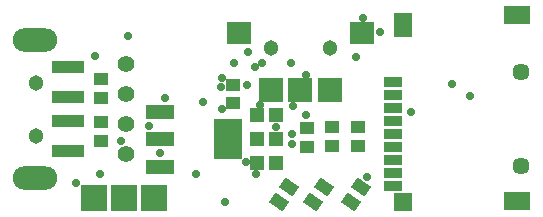
<source format=gts>
G04 Layer_Color=8388736*
%FSLAX44Y44*%
%MOMM*%
G71*
G01*
G75*
%ADD40R,1.1532X1.2032*%
%ADD41R,1.2032X1.1032*%
%ADD42R,2.2032X1.6033*%
%ADD43R,1.6033X1.4831*%
%ADD44R,1.6033X2.1532*%
%ADD45R,1.6033X0.9032*%
%ADD46R,2.7033X1.0033*%
%ADD47R,2.2032X2.2032*%
%ADD48R,2.0032X1.9032*%
%ADD49R,2.1032X2.0032*%
G04:AMPARAMS|DCode=50|XSize=1.0032mm|YSize=1.4032mm|CornerRadius=0mm|HoleSize=0mm|Usage=FLASHONLY|Rotation=235.000|XOffset=0mm|YOffset=0mm|HoleType=Round|Shape=Rectangle|*
%AMROTATEDRECTD50*
4,1,4,-0.2870,0.8133,0.8624,0.0085,0.2870,-0.8133,-0.8624,-0.0085,-0.2870,0.8133,0.0*
%
%ADD50ROTATEDRECTD50*%

%ADD51R,2.3532X1.1532*%
%ADD52R,2.3532X3.4532*%
%ADD53C,1.4531*%
%ADD54C,1.0033*%
%ADD55C,1.3033*%
%ADD56O,3.7592X1.9812*%
%ADD57C,1.4034*%
%ADD58C,1.3032*%
%ADD59C,0.7032*%
D40*
X444880Y438150D02*
D03*
X428880D02*
D03*
X444880Y478790D02*
D03*
X428880D02*
D03*
Y458470D02*
D03*
X444880D02*
D03*
D41*
X297180Y509650D02*
D03*
Y493650D02*
D03*
X408940Y504880D02*
D03*
Y488880D02*
D03*
X471170Y467740D02*
D03*
Y451740D02*
D03*
X297180Y472820D02*
D03*
Y456820D02*
D03*
X492760Y469010D02*
D03*
Y453010D02*
D03*
X514350Y469010D02*
D03*
Y453010D02*
D03*
D42*
X648970Y563880D02*
D03*
Y405882D02*
D03*
D43*
X552971Y405280D02*
D03*
D44*
Y555130D02*
D03*
D45*
X544271Y506880D02*
D03*
Y495882D02*
D03*
Y484881D02*
D03*
Y473880D02*
D03*
Y462882D02*
D03*
Y451881D02*
D03*
Y440881D02*
D03*
Y429880D02*
D03*
Y418882D02*
D03*
D46*
X269519Y448869D02*
D03*
Y519379D02*
D03*
Y473601D02*
D03*
Y494139D02*
D03*
D47*
X341630Y408940D02*
D03*
X316230D02*
D03*
X290830D02*
D03*
D48*
X517690Y548880D02*
D03*
X413690D02*
D03*
D49*
X465690Y500380D02*
D03*
X490690D02*
D03*
X440690D02*
D03*
D50*
X447749Y405238D02*
D03*
X456491Y417722D02*
D03*
X476959Y405238D02*
D03*
X485701Y417722D02*
D03*
X508709Y405238D02*
D03*
X517451Y417722D02*
D03*
D51*
X346920Y481470D02*
D03*
Y458470D02*
D03*
Y435470D02*
D03*
D52*
X404920Y458470D02*
D03*
D53*
X652971Y515882D02*
D03*
Y435882D02*
D03*
D54*
X233319Y542371D02*
D03*
X237320D02*
D03*
X249319D02*
D03*
X245321D02*
D03*
X233319Y425369D02*
D03*
X237320D02*
D03*
X249319D02*
D03*
X245321D02*
D03*
D55*
X242019Y461371D02*
D03*
Y506369D02*
D03*
D56*
X241320Y425369D02*
D03*
Y542371D02*
D03*
D57*
X318531Y522280D02*
D03*
Y496880D02*
D03*
Y471480D02*
D03*
Y446080D02*
D03*
D58*
X490690Y535880D02*
D03*
X440690D02*
D03*
D59*
X319532Y545846D02*
D03*
X433324Y523494D02*
D03*
X458216D02*
D03*
X522478Y426466D02*
D03*
X276098Y421894D02*
D03*
X350901Y493903D02*
D03*
X533146Y549656D02*
D03*
X593852Y505353D02*
D03*
X377698Y429006D02*
D03*
X428244D02*
D03*
X346920Y447040D02*
D03*
X399796Y484378D02*
D03*
X337566Y470154D02*
D03*
X314072Y456820D02*
D03*
X420878Y504190D02*
D03*
X427228Y519938D02*
D03*
X459556Y486349D02*
D03*
X431800Y487934D02*
D03*
X383540Y490474D02*
D03*
X399796Y510794D02*
D03*
X419608Y439674D02*
D03*
X296418Y429260D02*
D03*
X409702Y522732D02*
D03*
X421894Y532638D02*
D03*
X518668Y560832D02*
D03*
X458684Y462954D02*
D03*
X458470Y454938D02*
D03*
X513080Y528320D02*
D03*
X292354Y529082D02*
D03*
X444880Y468924D02*
D03*
X470662Y479298D02*
D03*
X470408Y512826D02*
D03*
X398673Y502813D02*
D03*
X609331Y495300D02*
D03*
X559506Y481444D02*
D03*
X402413Y405238D02*
D03*
M02*

</source>
